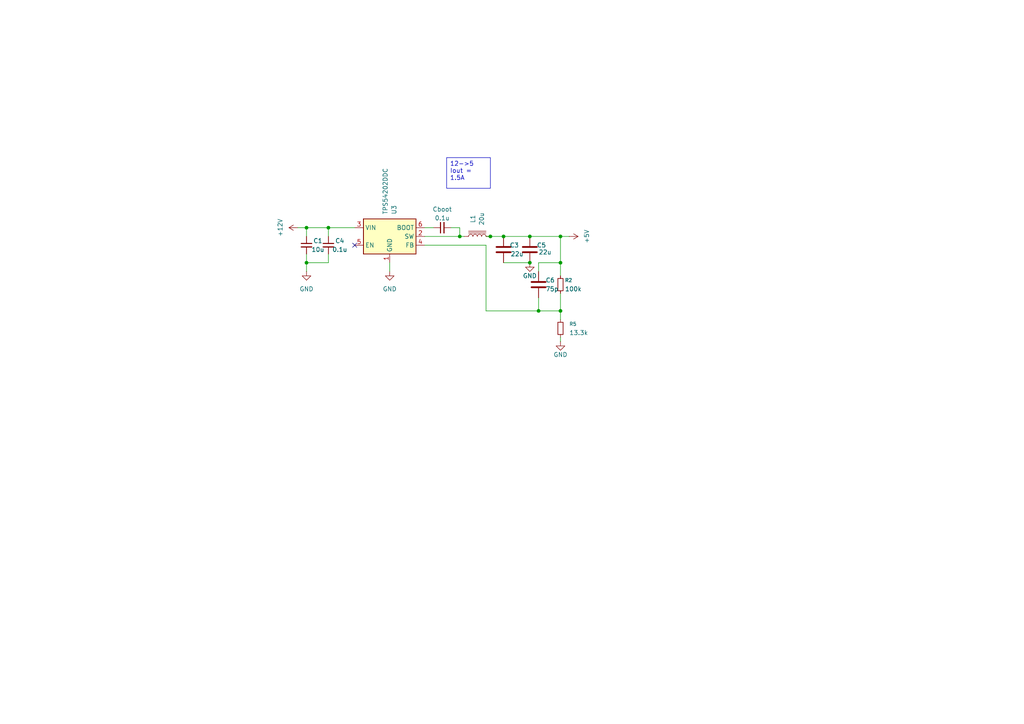
<source format=kicad_sch>
(kicad_sch (version 20250114) (generator "eeschema") (generator_version "9.0")
  (paper "A4")
  (lib_symbols
    (symbol "Device:C" (pin_numbers (hide yes)) (pin_names (offset 0.254))
      (property "Reference" "C" (at 0.635 2.54 0))
      (property "Value" "C" (at 0.635 -2.54 0))
      (symbol "C_0_1"
        (polyline (pts (xy -2.032 0.762) (xy 2.032 0.762)) (stroke (width 0.508)))
        (polyline (pts (xy -2.032 -0.762) (xy 2.032 -0.762)) (stroke (width 0.508)))
      )
      (symbol "C_1_1"
        (pin passive line (at 0 3.81 270) (length 2.794) (name "~") (number "1"))
        (pin passive line (at 0 -3.81 90) (length 2.794) (name "~") (number "2"))
      )
    )
    (symbol "Device:C_Small" (pin_numbers (hide yes)) (pin_names (offset 0.254) (hide yes))
      (property "Reference" "C" (at 0.254 1.778 0))
      (property "Value" "C_Small" (at 0.254 -2.032 0))
      (symbol "C_Small_0_1"
        (polyline (pts (xy -1.524 0.508) (xy 1.524 0.508)) (stroke (width 0.3048)))
        (polyline (pts (xy -1.524 -0.508) (xy 1.524 -0.508)) (stroke (width 0.3302)))
      )
      (symbol "C_Small_1_1"
        (pin passive line (at 0 2.54 270) (length 2.032) (name "~") (number "1"))
        (pin passive line (at 0 -2.54 90) (length 2.032) (name "~") (number "2"))
      )
    )
    (symbol "Device:L_Iron" (pin_numbers (hide yes)) (pin_names (offset 1.016) (hide yes))
      (property "Reference" "L" (at -1.27 0 90))
      (property "Value" "L_Iron" (at 2.794 0 90))
      (symbol "L_Iron_0_1"
        (arc (start 0 2.54) (mid 0.6323 1.905) (end 0 1.27))
        (arc (start 0 1.27) (mid 0.6323 0.635) (end 0 0))
        (arc (start 0 0) (mid 0.6323 -0.635) (end 0 -1.27))
        (arc (start 0 -1.27) (mid 0.6323 -1.905) (end 0 -2.54))
        (polyline (pts (xy 1.016 2.54) (xy 1.016 -2.54)))
        (polyline (pts (xy 1.524 -2.54) (xy 1.524 2.54)))
      )
      (symbol "L_Iron_1_1"
        (pin passive line (at 0 3.81 270) (length 1.27) (name "1") (number "1"))
        (pin passive line (at 0 -3.81 90) (length 1.27) (name "2") (number "2"))
      )
    )
    (symbol "Device:R_Small" (pin_numbers (hide yes)) (pin_names (offset 0.254) (hide yes))
      (property "Reference" "R" (at 0 0 90))
      (property "Value" "R_Small" (at 1.778 0 90))
      (symbol "R_Small_0_1"
        (rectangle (start -0.762 1.778) (end 0.762 -1.778) (stroke (width 0.2032)))
      )
      (symbol "R_Small_1_1"
        (pin passive line (at 0 2.54 270) (length 0.762) (name "~") (number "1"))
        (pin passive line (at 0 -2.54 90) (length 0.762) (name "~") (number "2"))
      )
    )
    (symbol "Regulator_Switching:TPS54202DDC"
      (property "Reference" "U" (at -7.62 6.35 0))
      (property "Value" "TPS54202DDC" (at 0 6.35 0))
      (symbol "TPS54202DDC_0_1"
        (rectangle (start -7.62 5.08) (end 7.62 -5.08) (stroke (width 0.254)) (fill (type background)))
      )
      (symbol "TPS54202DDC_1_1"
        (pin power_in line (at -10.16 2.54 0) (length 2.54) (name "VIN") (number "3"))
        (pin input line (at -10.16 -2.54 0) (length 2.54) (name "EN") (number "5"))
        (pin power_in line (at 0 -7.62 90) (length 2.54) (name "GND") (number "1"))
        (pin passive line (at 10.16 2.54 180) (length 2.54) (name "BOOT") (number "6"))
        (pin power_out line (at 10.16 0 180) (length 2.54) (name "SW") (number "2"))
        (pin input line (at 10.16 -2.54 180) (length 2.54) (name "FB") (number "4"))
      )
    )
    (symbol "power:+12V" (power) (pin_numbers (hide yes)) (pin_names (offset 0) (hide yes))
      (property "Value" "+12V" (at 0 3.556 0))
      (symbol "+12V_0_1"
        (polyline (pts (xy -0.762 1.27) (xy 0 2.54)))
        (polyline (pts (xy 0 2.54) (xy 0.762 1.27)))
        (polyline (pts (xy 0 0) (xy 0 2.54)))
      )
      (symbol "+12V_1_1"
        (pin power_in line (at 0 0 90) (length 0) (name "~") (number "1"))
      )
    )
    (symbol "power:+5V" (power) (pin_numbers (hide yes)) (pin_names (offset 0) (hide yes))
      (property "Value" "+5V" (at 0 3.556 0))
      (symbol "+5V_0_1"
        (polyline (pts (xy -0.762 1.27) (xy 0 2.54)))
        (polyline (pts (xy 0 2.54) (xy 0.762 1.27)))
        (polyline (pts (xy 0 0) (xy 0 2.54)))
      )
      (symbol "+5V_1_1"
        (pin power_in line (at 0 0 90) (length 0) (name "~") (number "1"))
      )
    )
    (symbol "power:GND" (power) (pin_numbers (hide yes)) (pin_names (offset 0) (hide yes))
      (property "Value" "GND" (at 0 -3.81 0))
      (symbol "GND_0_1"
        (polyline (pts (xy 0 0) (xy 0 -1.27) (xy 1.27 -1.27) (xy 0 -2.54) (xy -1.27 -1.27) (xy 0 -1.27)))
      )
      (symbol "GND_1_1"
        (pin power_in line (at 0 0 270) (length 0) (name "~") (number "1"))
      )
    )
  )
  (text_box "12->5 Iout = 1.5A" (at 129.54 45.72 0) (size 12.7 8.89) (margins 0.9525 0.9525 0.9525 0.9525) (effects (font (size 1.27 1.27)) (justify left top)))
  (junction (at 162.56 76.2))
  (junction (at 162.56 68.58))
  (junction (at 88.9 66.04))
  (junction (at 95.25 66.04))
  (junction (at 156.21 90.17))
  (junction (at 153.67 68.58))
  (junction (at 153.67 76.2))
  (junction (at 146.05 68.58))
  (junction (at 142.24 68.58))
  (junction (at 162.56 90.17))
  (junction (at 133.35 68.58))
  (junction (at 88.9 76.2))
  (no_connect (at 102.87 71.12))
  (wire (pts (xy 88.9 66.04) (xy 95.25 66.04)))
  (wire (pts (xy 162.56 99.06) (xy 162.56 97.79)))
  (wire (pts (xy 134.62 68.58) (xy 133.35 68.58)))
  (wire (pts (xy 113.03 78.74) (xy 113.03 76.2)))
  (wire (pts (xy 156.21 78.74) (xy 156.21 76.2)))
  (wire (pts (xy 88.9 76.2) (xy 88.9 78.74)))
  (wire (pts (xy 156.21 90.17) (xy 162.56 90.17)))
  (wire (pts (xy 156.21 90.17) (xy 156.21 86.36)))
  (wire (pts (xy 88.9 66.04) (xy 86.36 66.04)))
  (wire (pts (xy 162.56 80.01) (xy 162.56 76.2)))
  (wire (pts (xy 88.9 73.66) (xy 88.9 76.2)))
  (wire (pts (xy 95.25 66.04) (xy 102.87 66.04)))
  (wire (pts (xy 140.97 90.17) (xy 156.21 90.17)))
  (wire (pts (xy 95.25 66.04) (xy 95.25 68.58)))
  (wire (pts (xy 123.19 71.12) (xy 140.97 71.12)))
  (wire (pts (xy 162.56 85.09) (xy 162.56 90.17)))
  (wire (pts (xy 156.21 76.2) (xy 162.56 76.2)))
  (wire (pts (xy 88.9 66.04) (xy 88.9 68.58)))
  (wire (pts (xy 146.05 68.58) (xy 153.67 68.58)))
  (wire (pts (xy 146.05 76.2) (xy 153.67 76.2)))
  (wire (pts (xy 153.67 68.58) (xy 162.56 68.58)))
  (wire (pts (xy 162.56 92.71) (xy 162.56 90.17)))
  (wire (pts (xy 88.9 76.2) (xy 95.25 76.2)))
  (wire (pts (xy 162.56 68.58) (xy 165.1 68.58)))
  (wire (pts (xy 142.24 68.58) (xy 146.05 68.58)))
  (wire (pts (xy 95.25 73.66) (xy 95.25 76.2)))
  (wire (pts (xy 140.97 68.58) (xy 142.24 68.58)))
  (wire (pts (xy 133.35 66.04) (xy 133.35 68.58)))
  (wire (pts (xy 140.97 71.12) (xy 140.97 90.17)))
  (wire (pts (xy 162.56 68.58) (xy 162.56 76.2)))
  (wire (pts (xy 130.81 66.04) (xy 133.35 66.04)))
  (wire (pts (xy 133.35 68.58) (xy 123.19 68.58)))
  (wire (pts (xy 123.19 66.04) (xy 125.73 66.04)))
  (symbol (lib_id "Regulator_Switching:TPS54202DDC") (at 113.03 68.58 0) (unit 1)
    (property "Reference" "U3" (at 114.3001 62.23 90) (effects (justify left)))
    (property "Value" "TPS54202DDC" (at 111.7601 62.23 90) (effects (justify left)))
    (property "Footprint" "Package_TO_SOT_SMD:SOT-23-6" (effects (hide yes)))
    (property "Datasheet" "http://www.ti.com/lit/ds/symlink/tps54202.pdf" (effects (hide yes)))
    (property "Description" "2A, 4.5 to 28V Input, EMI Friendly integrated switch synchronous step-down regulator, pulse-skipping, SOT-23-6" (effects (hide yes)))
  )
  (symbol (lib_id "Device:R_Small") (at 162.56 82.55 0) (unit 1)
    (property "Reference" "R2" (at 163.83 81.28 0) (effects (font (size 1.016 1.016)) (justify left)))
    (property "Value" "100k" (at 163.83 83.82 0) (effects (justify left)))
    (property "Description" "Resistor, small symbol" (effects (hide yes)))
  )
  (symbol (lib_id "Device:C_Small") (at 95.25 71.12 0) (unit 1)
    (property "Reference" "C4" (at 98.552 69.85 0))
    (property "Value" "0.1u" (at 98.552 72.39 0))
    (property "Description" "Unpolarized capacitor, small symbol" (effects (hide yes)))
  )
  (symbol (lib_id "power:GND") (at 162.56 99.06 0) (unit 1)
    (property "Reference" "#PWR07" (effects (hide yes)))
    (property "Value" "GND" (at 162.56 102.87 0))
    (property "Description" "Power symbol creates a global label with name \"GND\" , ground" (effects (hide yes)))
  )
  (symbol (lib_id "Device:C") (at 153.67 72.39 0) (unit 1)
    (property "Reference" "C5" (at 155.702 71.12 0) (effects (justify left)))
    (property "Value" "22u" (at 156.21 73.152 0) (effects (justify left)))
    (property "Description" "Unpolarized capacitor" (effects (hide yes)))
  )
  (symbol (lib_id "Device:C_Small") (at 128.27 66.04 90) (unit 1)
    (property "Reference" "0.1u" (at 128.27 63.246 90))
    (property "Value" "Cboot" (at 128.27 60.706 90))
    (property "Description" "Unpolarized capacitor, small symbol" (effects (hide yes)))
  )
  (symbol (lib_id "power:GND") (at 88.9 78.74 0) (unit 1)
    (property "Reference" "#PWR05" (effects (hide yes)))
    (property "Value" "GND" (at 88.9 83.82 0))
    (property "Description" "Power symbol creates a global label with name \"GND\" , ground" (effects (hide yes)))
  )
  (symbol (lib_id "Device:L_Iron") (at 138.43 68.58 90) (unit 1)
    (property "Reference" "L1" (at 137.16 63.5 0))
    (property "Value" "20u" (at 139.7 63.5 0))
    (property "Description" "Inductor with iron core" (effects (hide yes)))
  )
  (symbol (lib_id "power:GND") (at 153.67 76.2 0) (unit 1)
    (property "Reference" "#PWR04" (effects (hide yes)))
    (property "Value" "GND" (at 153.67 80.01 0))
    (property "Description" "Power symbol creates a global label with name \"GND\" , ground" (effects (hide yes)))
  )
  (symbol (lib_id "power:+5V") (at 165.1 68.58 270) (unit 1)
    (property "Reference" "#PWR022" (effects (hide yes)))
    (property "Value" "+5V" (at 170.18 68.58 0))
    (property "Description" "Power symbol creates a global label with name \"+5V\"" (effects (hide yes)))
  )
  (symbol (lib_id "power:+12V") (at 86.36 66.04 90) (unit 1)
    (property "Reference" "#PWR01" (effects (hide yes)))
    (property "Value" "+12V" (at 81.28 66.04 0))
    (property "Description" "Power symbol creates a global label with name \"+12V\"" (effects (hide yes)))
  )
  (symbol (lib_id "Device:C_Small") (at 88.9 71.12 0) (unit 1)
    (property "Reference" "C1" (at 92.202 69.85 0))
    (property "Value" "10u" (at 92.202 72.39 0))
    (property "Description" "Unpolarized capacitor, small symbol" (effects (hide yes)))
  )
  (symbol (lib_id "Device:C") (at 156.21 82.55 0) (unit 1)
    (property "Reference" "C6" (at 158.242 81.28 0) (effects (justify left)))
    (property "Value" "75p" (at 158.242 83.82 0) (effects (justify left)))
    (property "Description" "Unpolarized capacitor" (effects (hide yes)))
  )
  (symbol (lib_id "Device:C") (at 146.05 72.39 0) (unit 1)
    (property "Reference" "C3" (at 147.828 71.12 0) (effects (justify left)))
    (property "Value" "22u" (at 148.082 73.6599 0) (effects (justify left)))
    (property "Description" "Unpolarized capacitor" (effects (hide yes)))
  )
  (symbol (lib_id "Device:R_Small") (at 162.56 95.25 0) (unit 1)
    (property "Reference" "R5" (at 165.1 93.9799 0) (effects (font (size 1.016 1.016)) (justify left)))
    (property "Value" "13.3k" (at 165.1 96.5199 0) (effects (justify left)))
    (property "Description" "Resistor, small symbol" (effects (hide yes)))
  )
  (symbol (lib_id "power:GND") (at 113.03 78.74 0) (unit 1)
    (property "Reference" "#PWR02" (effects (hide yes)))
    (property "Value" "GND" (at 113.03 83.82 0))
    (property "Description" "Power symbol creates a global label with name \"GND\" , ground" (effects (hide yes)))
  )
)
</source>
